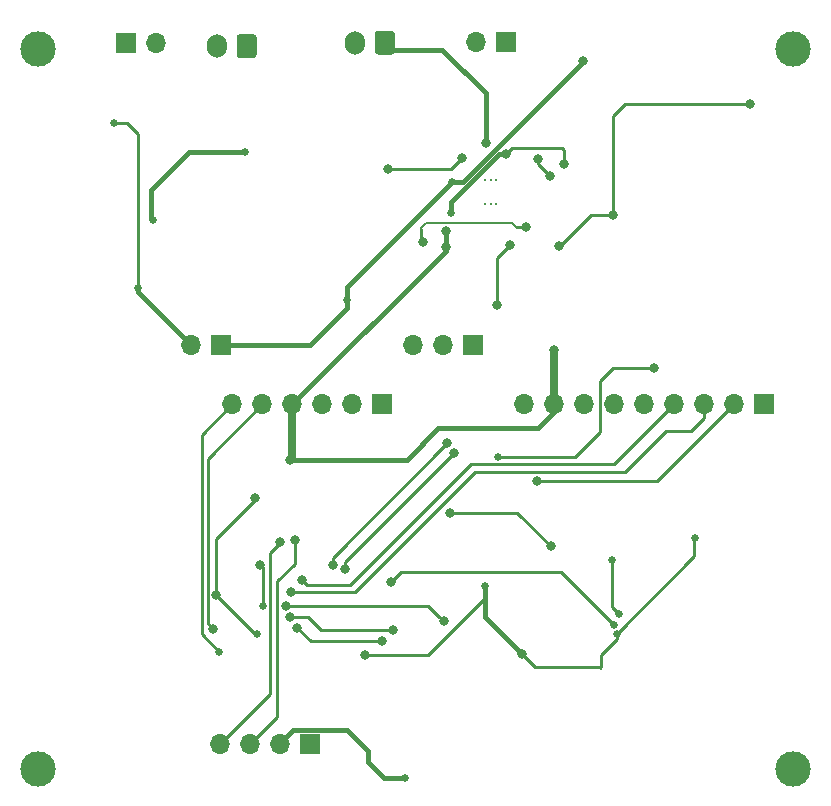
<source format=gbr>
%TF.GenerationSoftware,KiCad,Pcbnew,(5.1.8)-1*%
%TF.CreationDate,2021-02-01T14:36:09-08:00*%
%TF.ProjectId,spl_prototype,73706c5f-7072-46f7-946f-747970652e6b,rev?*%
%TF.SameCoordinates,Original*%
%TF.FileFunction,Copper,L2,Bot*%
%TF.FilePolarity,Positive*%
%FSLAX46Y46*%
G04 Gerber Fmt 4.6, Leading zero omitted, Abs format (unit mm)*
G04 Created by KiCad (PCBNEW (5.1.8)-1) date 2021-02-01 14:36:09*
%MOMM*%
%LPD*%
G01*
G04 APERTURE LIST*
%TA.AperFunction,ComponentPad*%
%ADD10O,1.700000X1.700000*%
%TD*%
%TA.AperFunction,ComponentPad*%
%ADD11R,1.700000X1.700000*%
%TD*%
%TA.AperFunction,ComponentPad*%
%ADD12C,0.200000*%
%TD*%
%TA.AperFunction,ComponentPad*%
%ADD13O,1.700000X2.000000*%
%TD*%
%TA.AperFunction,ViaPad*%
%ADD14C,3.000000*%
%TD*%
%TA.AperFunction,ViaPad*%
%ADD15C,0.635000*%
%TD*%
%TA.AperFunction,ViaPad*%
%ADD16C,0.800000*%
%TD*%
%TA.AperFunction,Conductor*%
%ADD17C,0.381000*%
%TD*%
%TA.AperFunction,Conductor*%
%ADD18C,0.250000*%
%TD*%
%TA.AperFunction,Conductor*%
%ADD19C,0.635000*%
%TD*%
%TA.AperFunction,Conductor*%
%ADD20C,0.200000*%
%TD*%
G04 APERTURE END LIST*
D10*
%TO.P,JP3(CHG-BATT),2*%
%TO.N,+BATT*%
X100050000Y-23540000D03*
D11*
%TO.P,JP3(CHG-BATT),1*%
%TO.N,Net-(C2-Pad1)*%
X97510000Y-23540000D03*
%TD*%
D10*
%TO.P,JP2(BQ-5V),2*%
%TO.N,Net-(C1-Pad2)*%
X102960000Y-49100000D03*
D11*
%TO.P,JP2(BQ-5V),1*%
%TO.N,+5V*%
X105500000Y-49100000D03*
%TD*%
D10*
%TO.P,J6 (COIL),2*%
%TO.N,Net-(C18-Pad2)*%
X127110000Y-23400000D03*
D11*
%TO.P,J6 (COIL),1*%
%TO.N,Net-(C21-Pad2)*%
X129650000Y-23400000D03*
%TD*%
D12*
%TO.P,U7,*%
%TO.N,*%
X127860000Y-37150000D03*
X128860000Y-37150000D03*
X128860000Y-35150000D03*
X127860000Y-35150000D03*
X128360000Y-37150000D03*
X128360000Y-35150000D03*
%TD*%
D10*
%TO.P,JP1(LDO/TEST3V3),3*%
%TO.N,/LP2985_Output*%
X121820000Y-49100000D03*
%TO.P,JP1(LDO/TEST3V3),2*%
%TO.N,/STM32SUPPLY*%
X124360000Y-49100000D03*
D11*
%TO.P,JP1(LDO/TEST3V3),1*%
%TO.N,+3V3*%
X126900000Y-49100000D03*
%TD*%
D10*
%TO.P,J7 (TOF),4*%
%TO.N,/I2C1_SDA*%
X105480000Y-82900000D03*
%TO.P,J7 (TOF),3*%
%TO.N,/I2C1_SCL*%
X108020000Y-82900000D03*
%TO.P,J7 (TOF),2*%
%TO.N,GND*%
X110560000Y-82900000D03*
D11*
%TO.P,J7 (TOF),1*%
%TO.N,/STM32SUPPLY*%
X113100000Y-82900000D03*
%TD*%
D10*
%TO.P,J4,6*%
%TO.N,/USART_RX*%
X106500000Y-54100000D03*
%TO.P,J4,5*%
%TO.N,/USART_TX*%
X109040000Y-54100000D03*
%TO.P,J4,4*%
%TO.N,GND*%
X111580000Y-54100000D03*
%TO.P,J4,3*%
%TO.N,/SWD_SWCLK*%
X114120000Y-54100000D03*
%TO.P,J4,2*%
%TO.N,/SWD_SWDIO*%
X116660000Y-54100000D03*
D11*
%TO.P,J4,1*%
%TO.N,/STM32SUPPLY*%
X119200000Y-54100000D03*
%TD*%
D10*
%TO.P,J3,9*%
%TO.N,/STM32SUPPLY*%
X131180000Y-54100000D03*
%TO.P,J3,8*%
%TO.N,GND*%
X133720000Y-54100000D03*
%TO.P,J3,7*%
%TO.N,/LoRaEN*%
X136260000Y-54100000D03*
%TO.P,J3,6*%
%TO.N,/LoRaIRQ*%
X138800000Y-54100000D03*
%TO.P,J3,5*%
%TO.N,/SPI2_SCK*%
X141340000Y-54100000D03*
%TO.P,J3,4*%
%TO.N,/SPI2_MISO*%
X143880000Y-54100000D03*
%TO.P,J3,3*%
%TO.N,/SPI2_MOSI*%
X146420000Y-54100000D03*
%TO.P,J3,2*%
%TO.N,/SPI2_SSN*%
X148960000Y-54100000D03*
D11*
%TO.P,J3,1*%
%TO.N,/LoRaRST*%
X151500000Y-54100000D03*
%TD*%
D13*
%TO.P,J2 (TEST3V3-GND),2*%
%TO.N,+3V3*%
X116900000Y-23500000D03*
%TO.P,J2 (TEST3V3-GND),1*%
%TO.N,GND*%
%TA.AperFunction,ComponentPad*%
G36*
G01*
X120250000Y-22750000D02*
X120250000Y-24250000D01*
G75*
G02*
X120000000Y-24500000I-250000J0D01*
G01*
X118800000Y-24500000D01*
G75*
G02*
X118550000Y-24250000I0J250000D01*
G01*
X118550000Y-22750000D01*
G75*
G02*
X118800000Y-22500000I250000J0D01*
G01*
X120000000Y-22500000D01*
G75*
G02*
X120250000Y-22750000I0J-250000D01*
G01*
G37*
%TD.AperFunction*%
%TD*%
%TO.P,J1,2*%
%TO.N,+BATT*%
X105200000Y-23800000D03*
%TO.P,J1,1*%
%TO.N,GND*%
%TA.AperFunction,ComponentPad*%
G36*
G01*
X108550000Y-23050000D02*
X108550000Y-24550000D01*
G75*
G02*
X108300000Y-24800000I-250000J0D01*
G01*
X107100000Y-24800000D01*
G75*
G02*
X106850000Y-24550000I0J250000D01*
G01*
X106850000Y-23050000D01*
G75*
G02*
X107100000Y-22800000I250000J0D01*
G01*
X108300000Y-22800000D01*
G75*
G02*
X108550000Y-23050000I0J-250000D01*
G01*
G37*
%TD.AperFunction*%
%TD*%
D14*
%TO.N,*%
X90000000Y-24000000D03*
X90000000Y-85000000D03*
X154000000Y-85000000D03*
X154000000Y-24000000D03*
D15*
%TO.N,Net-(C1-Pad2)*%
X98500000Y-44300000D03*
X96500000Y-30300000D03*
D16*
%TO.N,GND*%
X111350000Y-58850000D03*
X105150000Y-70300000D03*
X108450000Y-62050000D03*
X134567500Y-33767500D03*
X129650000Y-32950000D03*
X127950000Y-32008700D03*
D15*
X108584996Y-73555456D03*
X138600000Y-67300000D03*
X139192000Y-71882000D03*
D16*
X124550000Y-39440010D03*
X124563988Y-40770021D03*
D15*
X125025600Y-37925600D03*
X107537500Y-32737500D03*
X99800000Y-38500000D03*
D16*
X133720000Y-49480000D03*
D15*
X121080000Y-85770000D03*
D16*
%TO.N,/STM32SUPPLY*%
X117750000Y-75350000D03*
X108810000Y-67690000D03*
D15*
X109050000Y-71150000D03*
D16*
X131000000Y-75250000D03*
D15*
X139050000Y-73550000D03*
X145637500Y-65437500D03*
X127900001Y-69500000D03*
D16*
%TO.N,Net-(C18-Pad1)*%
X119700000Y-34200000D03*
X125900000Y-33300000D03*
%TO.N,Net-(C21-Pad2)*%
X133350000Y-34750000D03*
X132379990Y-33312000D03*
%TO.N,Net-(C29-Pad1)*%
X138700000Y-38100000D03*
X134150000Y-40700000D03*
X150350000Y-28650000D03*
%TO.N,/LoRaEN*%
X124700000Y-57400000D03*
X115000000Y-67700000D03*
%TO.N,/LoRaIRQ*%
X125300000Y-58200000D03*
X116000000Y-68100000D03*
%TO.N,/SPI2_MISO*%
X112400000Y-68999998D03*
%TO.N,/SPI2_MOSI*%
X111500000Y-70000000D03*
%TO.N,/SPI2_SSN*%
X132300000Y-60600000D03*
%TO.N,/LoRaRST*%
X142200000Y-51000000D03*
D15*
X129000000Y-58554990D03*
%TO.N,/USART_RX*%
X105400000Y-75100000D03*
D16*
%TO.N,/USART_TX*%
X104900000Y-73100000D03*
%TO.N,/I2C1_SDA*%
X110500000Y-65800000D03*
%TO.N,/I2C1_SCL*%
X111800000Y-65600000D03*
%TO.N,Net-(R13-Pad1)*%
X130000000Y-40600000D03*
X128900000Y-45700000D03*
%TO.N,+5V*%
X136200000Y-25050000D03*
D15*
X125100000Y-35300000D03*
X116200000Y-45300000D03*
D16*
%TO.N,Net-(R18-Pad1)*%
X131400000Y-39100000D03*
X122600000Y-40400000D03*
%TO.N,/MAG_RDY*%
X124900000Y-63300000D03*
X133450000Y-66150000D03*
%TO.N,/SPI1_SSN*%
X119900000Y-69200000D03*
D15*
X138850000Y-72800000D03*
D16*
%TO.N,/SPI1_MOSI*%
X112009526Y-73040248D03*
X119126000Y-74168000D03*
%TO.N,/SPI1_MISO*%
X111400000Y-72150000D03*
X120100000Y-73256191D03*
%TO.N,/SPI1_SCK*%
X111050000Y-71200000D03*
X124393217Y-72491298D03*
%TD*%
D17*
%TO.N,Net-(C1-Pad2)*%
X102960000Y-49100000D02*
X98500000Y-44640000D01*
X98500000Y-44640000D02*
X98500000Y-44300000D01*
D18*
X98500000Y-44300000D02*
X98500000Y-31200000D01*
X98500000Y-31200000D02*
X97600000Y-30300000D01*
X97600000Y-30300000D02*
X96500000Y-30300000D01*
D19*
%TO.N,GND*%
X111580000Y-54100000D02*
X111580000Y-58570000D01*
X111350000Y-58800000D02*
X111350000Y-58850000D01*
X111580000Y-58570000D02*
X111350000Y-58800000D01*
D18*
X105150000Y-70300000D02*
X105150000Y-65500000D01*
X108450000Y-62200000D02*
X108450000Y-62050000D01*
X105150000Y-65500000D02*
X108450000Y-62200000D01*
X134567500Y-33767500D02*
X134567500Y-32567500D01*
X134448799Y-32448799D02*
X130151201Y-32448799D01*
X134567500Y-32567500D02*
X134448799Y-32448799D01*
X130151201Y-32448799D02*
X129650000Y-32950000D01*
D17*
X119300000Y-24100000D02*
X124250000Y-24100000D01*
X124250000Y-24100000D02*
X127950000Y-27800000D01*
X127950000Y-27800000D02*
X127950000Y-32008700D01*
X133720000Y-54780000D02*
X133720000Y-54100000D01*
X132350000Y-56150000D02*
X133720000Y-54780000D01*
X123950000Y-56150000D02*
X132350000Y-56150000D01*
X121250000Y-58850000D02*
X123950000Y-56150000D01*
X111350000Y-58850000D02*
X121250000Y-58850000D01*
D18*
X105150000Y-70300000D02*
X108400000Y-73550000D01*
X108579540Y-73550000D02*
X108584996Y-73555456D01*
X108400000Y-73550000D02*
X108579540Y-73550000D01*
X138600000Y-67300000D02*
X138600000Y-71290000D01*
X138600000Y-71290000D02*
X139192000Y-71882000D01*
X124550000Y-40756033D02*
X124563988Y-40770021D01*
X124550000Y-39440010D02*
X124550000Y-40756033D01*
D17*
X125025600Y-37008715D02*
X125025600Y-37925600D01*
X129084315Y-32950000D02*
X125025600Y-37008715D01*
X129650000Y-32950000D02*
X129084315Y-32950000D01*
X107537500Y-32737500D02*
X102862500Y-32737500D01*
X102862500Y-32737500D02*
X99600000Y-36000000D01*
X99600000Y-38300000D02*
X99800000Y-38500000D01*
X99600000Y-36000000D02*
X99600000Y-38300000D01*
D19*
X133720000Y-54100000D02*
X133720000Y-49480000D01*
D17*
X124550000Y-41130000D02*
X124550000Y-39440010D01*
X111580000Y-54100000D02*
X124550000Y-41130000D01*
X110560000Y-82900000D02*
X110420000Y-82900000D01*
X110420000Y-82900000D02*
X111350000Y-81970000D01*
X111350000Y-81970000D02*
X111390000Y-81970000D01*
X111640501Y-81719499D02*
X116119499Y-81719499D01*
X111390000Y-81970000D02*
X111640501Y-81719499D01*
X116119499Y-81719499D02*
X116179499Y-81719499D01*
X116179499Y-81719499D02*
X117950000Y-83490000D01*
X117950000Y-83490000D02*
X117950000Y-84370000D01*
X117950000Y-84370000D02*
X119350000Y-85770000D01*
X119350000Y-85770000D02*
X121080000Y-85770000D01*
D18*
%TO.N,/STM32SUPPLY*%
X109050000Y-67930000D02*
X109050000Y-71150000D01*
X108810000Y-67690000D02*
X109050000Y-67930000D01*
X137650000Y-76400000D02*
X137700000Y-76350000D01*
X139050000Y-73900000D02*
X139050000Y-73550000D01*
X132100000Y-76350000D02*
X137700000Y-76350000D01*
X131000000Y-75250000D02*
X132100000Y-76350000D01*
X137700000Y-75300000D02*
X139050000Y-73950000D01*
X137700000Y-76350000D02*
X137700000Y-75300000D01*
X139050000Y-73550000D02*
X145600000Y-67000000D01*
X145600000Y-65475000D02*
X145637500Y-65437500D01*
X145600000Y-67000000D02*
X145600000Y-65475000D01*
D17*
X131000000Y-75250000D02*
X127900001Y-72150001D01*
X127900001Y-72150001D02*
X127900001Y-69500000D01*
D18*
X127900001Y-70499999D02*
X127900001Y-69500000D01*
X117750000Y-75350000D02*
X123050000Y-75350000D01*
X123050000Y-75350000D02*
X127900001Y-70499999D01*
%TO.N,Net-(C18-Pad1)*%
X119700000Y-34200000D02*
X125000000Y-34200000D01*
X125000000Y-34200000D02*
X125900000Y-33300000D01*
%TO.N,Net-(C21-Pad2)*%
X133350000Y-34750000D02*
X132379990Y-33779990D01*
X132379990Y-33779990D02*
X132379990Y-33312000D01*
%TO.N,Net-(C29-Pad1)*%
X138700000Y-38100000D02*
X136850000Y-38100000D01*
X134250000Y-40700000D02*
X134150000Y-40700000D01*
X136850000Y-38100000D02*
X134250000Y-40700000D01*
X150350000Y-28650000D02*
X139750000Y-28650000D01*
X138700000Y-29700000D02*
X138700000Y-29750000D01*
X139750000Y-28650000D02*
X138700000Y-29700000D01*
X138700000Y-29750000D02*
X138700000Y-38100000D01*
%TO.N,/LoRaEN*%
X124700000Y-57400000D02*
X115000000Y-67100000D01*
X115000000Y-67100000D02*
X115000000Y-67700000D01*
%TO.N,/LoRaIRQ*%
X125300000Y-58200000D02*
X116000000Y-67500000D01*
X116000000Y-67500000D02*
X116000000Y-68100000D01*
%TO.N,/SPI2_MISO*%
X138780000Y-59200000D02*
X126700000Y-59200000D01*
X126700000Y-59200000D02*
X116500003Y-69399997D01*
X143880000Y-54100000D02*
X138780000Y-59200000D01*
X112799999Y-69399997D02*
X112400000Y-68999998D01*
X116500003Y-69399997D02*
X112799999Y-69399997D01*
%TO.N,/SPI2_MOSI*%
X116900000Y-70000000D02*
X111500000Y-70000000D01*
X127073790Y-59826210D02*
X116900000Y-70000000D01*
X139709568Y-59826210D02*
X127073790Y-59826210D01*
X143185778Y-56350000D02*
X139709568Y-59826210D01*
X145350000Y-56350000D02*
X143185778Y-56350000D01*
X146420000Y-55280000D02*
X145350000Y-56350000D01*
X146420000Y-54100000D02*
X146420000Y-55280000D01*
%TO.N,/SPI2_SSN*%
X142460000Y-60600000D02*
X132300000Y-60600000D01*
X148960000Y-54100000D02*
X142460000Y-60600000D01*
%TO.N,/LoRaRST*%
X135545010Y-58554990D02*
X129000000Y-58554990D01*
X137600000Y-52100000D02*
X137600000Y-56500000D01*
X138700000Y-51000000D02*
X137600000Y-52100000D01*
X137600000Y-56500000D02*
X135545010Y-58554990D01*
X142200000Y-51000000D02*
X138700000Y-51000000D01*
%TO.N,/USART_RX*%
X106500000Y-54100000D02*
X106900000Y-54100000D01*
X106500000Y-54100000D02*
X103900000Y-56700000D01*
X103900000Y-73600000D02*
X105400000Y-75100000D01*
X103900000Y-56700000D02*
X103900000Y-73600000D01*
%TO.N,/USART_TX*%
X109040000Y-54100000D02*
X104400000Y-58740000D01*
X104400000Y-72600000D02*
X104900000Y-73100000D01*
X104400000Y-58740000D02*
X104400000Y-72600000D01*
%TO.N,/I2C1_SDA*%
X110500000Y-65900000D02*
X110500000Y-65800000D01*
X109700000Y-66700000D02*
X110500000Y-65900000D01*
X109700000Y-78680000D02*
X109700000Y-66700000D01*
X105480000Y-82900000D02*
X109700000Y-78680000D01*
%TO.N,/I2C1_SCL*%
X111800000Y-67610222D02*
X111800000Y-65600000D01*
X110300000Y-69110222D02*
X111800000Y-67610222D01*
X110300000Y-80620000D02*
X110300000Y-69110222D01*
X108020000Y-82900000D02*
X110300000Y-80620000D01*
%TO.N,Net-(R13-Pad1)*%
X128900000Y-41700000D02*
X128900000Y-45700000D01*
X130000000Y-40600000D02*
X128900000Y-41700000D01*
D17*
%TO.N,+5V*%
X136200000Y-25097497D02*
X136200000Y-25050000D01*
X125997497Y-35300000D02*
X136200000Y-25097497D01*
X125100000Y-35300000D02*
X125997497Y-35300000D01*
X125100000Y-35300000D02*
X116200000Y-44200000D01*
X116200000Y-44200000D02*
X116200000Y-45300000D01*
X105500000Y-49100000D02*
X113100000Y-49100000D01*
X116200000Y-46000000D02*
X116200000Y-45300000D01*
X113100000Y-49100000D02*
X116200000Y-46000000D01*
D18*
%TO.N,Net-(R18-Pad1)*%
X130500000Y-39100000D02*
X131400000Y-39100000D01*
X122500000Y-40300000D02*
X122600000Y-40400000D01*
X122500000Y-39300000D02*
X122500000Y-40300000D01*
D20*
X130200000Y-38800000D02*
X130500000Y-39100000D01*
X122900000Y-38800000D02*
X130200000Y-38800000D01*
X122500000Y-39200000D02*
X122900000Y-38800000D01*
D18*
%TO.N,/MAG_RDY*%
X124900000Y-63300000D02*
X130600000Y-63300000D01*
X130600000Y-63300000D02*
X133450000Y-66150000D01*
%TO.N,/SPI1_SSN*%
X134350000Y-68300000D02*
X138850000Y-72800000D01*
X120800000Y-68300000D02*
X134350000Y-68300000D01*
X119900000Y-69200000D02*
X120800000Y-68300000D01*
%TO.N,/SPI1_MOSI*%
X112009526Y-73040248D02*
X113137278Y-74168000D01*
X113137278Y-74168000D02*
X119126000Y-74168000D01*
%TO.N,/SPI1_MISO*%
X111400000Y-72150000D02*
X112900000Y-72150000D01*
X112900000Y-72150000D02*
X114006191Y-73256191D01*
X114006191Y-73256191D02*
X120100000Y-73256191D01*
%TO.N,/SPI1_SCK*%
X111050000Y-71200000D02*
X123101919Y-71200000D01*
X123101919Y-71200000D02*
X123993218Y-72091299D01*
X123993218Y-72091299D02*
X124393217Y-72491298D01*
%TD*%
M02*

</source>
